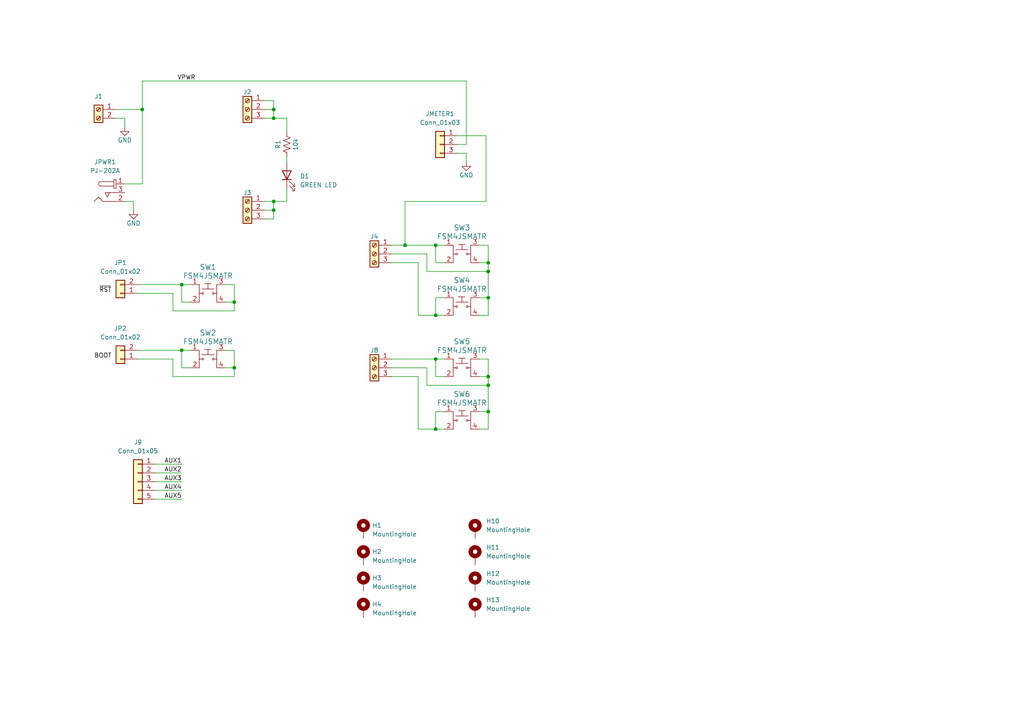
<source format=kicad_sch>
(kicad_sch (version 20211123) (generator eeschema)
  (paper "A4")
  (title_block (title "Sound Player") (company "Iowa Scaled Engineering"))
  (lib_symbols
    (symbol "Connector:Screw_Terminal_01x02" (pin_names (offset 1.016) hide)
      (property "Reference" "J" (at 0 2.54 0))
      (property "Value" "Screw_Terminal_01x02" (at 0 -5.08 0))
      (symbol "Screw_Terminal_01x02_1_1"
        (rectangle (start -1.27 1.27) (end 1.27 -3.81) (stroke (width 0.254)) (fill (type background)))
        (circle (center 0 -2.54) (radius 0.635) (stroke (width 0.1524)))
        (polyline (pts (xy -0.5334 -2.2098) (xy 0.3302 -3.048)) (stroke (width 0.1524)))
        (polyline (pts (xy -0.5334 0.3302) (xy 0.3302 -0.508)) (stroke (width 0.1524)))
        (polyline (pts (xy -0.3556 -2.032) (xy 0.508 -2.8702)) (stroke (width 0.1524)))
        (polyline (pts (xy -0.3556 0.508) (xy 0.508 -0.3302)) (stroke (width 0.1524)))
        (circle (center 0 0) (radius 0.635) (stroke (width 0.1524)))
        (pin passive line (at -5.08 0 0) (length 3.81) (name "Pin_1") (number "1"))
        (pin passive line (at -5.08 -2.54 0) (length 3.81) (name "Pin_2") (number "2"))
      )
    )
    (symbol "Connector:Screw_Terminal_01x03" (pin_names (offset 1.016) hide)
      (property "Reference" "J" (at 0 5.08 0))
      (property "Value" "Screw_Terminal_01x03" (at 0 -5.08 0))
      (symbol "Screw_Terminal_01x03_1_1"
        (rectangle (start -1.27 3.81) (end 1.27 -3.81) (stroke (width 0.254)) (fill (type background)))
        (circle (center 0 -2.54) (radius 0.635) (stroke (width 0.1524)))
        (polyline (pts (xy -0.5334 -2.2098) (xy 0.3302 -3.048)) (stroke (width 0.1524)))
        (polyline (pts (xy -0.5334 0.3302) (xy 0.3302 -0.508)) (stroke (width 0.1524)))
        (polyline (pts (xy -0.5334 2.8702) (xy 0.3302 2.032)) (stroke (width 0.1524)))
        (polyline (pts (xy -0.3556 -2.032) (xy 0.508 -2.8702)) (stroke (width 0.1524)))
        (polyline (pts (xy -0.3556 0.508) (xy 0.508 -0.3302)) (stroke (width 0.1524)))
        (polyline (pts (xy -0.3556 3.048) (xy 0.508 2.2098)) (stroke (width 0.1524)))
        (circle (center 0 0) (radius 0.635) (stroke (width 0.1524)))
        (circle (center 0 2.54) (radius 0.635) (stroke (width 0.1524)))
        (pin passive line (at -5.08 2.54 0) (length 3.81) (name "Pin_1") (number "1"))
        (pin passive line (at -5.08 0 0) (length 3.81) (name "Pin_2") (number "2"))
        (pin passive line (at -5.08 -2.54 0) (length 3.81) (name "Pin_3") (number "3"))
      )
    )
    (symbol "Connector_Generic:Conn_01x02" (pin_names (offset 1.016) hide)
      (property "Reference" "J" (at 0 2.54 0))
      (property "Value" "Conn_01x02" (at 0 -5.08 0))
      (symbol "Conn_01x02_1_1"
        (rectangle (start -1.27 -2.413) (end 0 -2.667) (stroke (width 0.1524)))
        (rectangle (start -1.27 0.127) (end 0 -0.127) (stroke (width 0.1524)))
        (rectangle (start -1.27 1.27) (end 1.27 -3.81) (stroke (width 0.254)) (fill (type background)))
        (pin passive line (at -5.08 0 0) (length 3.81) (name "Pin_1") (number "1"))
        (pin passive line (at -5.08 -2.54 0) (length 3.81) (name "Pin_2") (number "2"))
      )
    )
    (symbol "Connector_Generic:Conn_01x03" (pin_names (offset 1.016) hide)
      (property "Reference" "J" (at 0 5.08 0))
      (property "Value" "Conn_01x03" (at 0 -5.08 0))
      (symbol "Conn_01x03_1_1"
        (rectangle (start -1.27 -2.413) (end 0 -2.667) (stroke (width 0.1524)))
        (rectangle (start -1.27 0.127) (end 0 -0.127) (stroke (width 0.1524)))
        (rectangle (start -1.27 2.667) (end 0 2.413) (stroke (width 0.1524)))
        (rectangle (start -1.27 3.81) (end 1.27 -3.81) (stroke (width 0.254)) (fill (type background)))
        (pin passive line (at -5.08 2.54 0) (length 3.81) (name "Pin_1") (number "1"))
        (pin passive line (at -5.08 0 0) (length 3.81) (name "Pin_2") (number "2"))
        (pin passive line (at -5.08 -2.54 0) (length 3.81) (name "Pin_3") (number "3"))
      )
    )
    (symbol "Connector_Generic:Conn_01x05" (pin_names (offset 1.016) hide)
      (property "Reference" "J" (at 0 7.62 0))
      (property "Value" "Conn_01x05" (at 0 -7.62 0))
      (symbol "Conn_01x05_1_1"
        (rectangle (start -1.27 -4.953) (end 0 -5.207) (stroke (width 0.1524)))
        (rectangle (start -1.27 -2.413) (end 0 -2.667) (stroke (width 0.1524)))
        (rectangle (start -1.27 0.127) (end 0 -0.127) (stroke (width 0.1524)))
        (rectangle (start -1.27 2.667) (end 0 2.413) (stroke (width 0.1524)))
        (rectangle (start -1.27 5.207) (end 0 4.953) (stroke (width 0.1524)))
        (rectangle (start -1.27 6.35) (end 1.27 -6.35) (stroke (width 0.254)) (fill (type background)))
        (pin passive line (at -5.08 5.08 0) (length 3.81) (name "Pin_1") (number "1"))
        (pin passive line (at -5.08 2.54 0) (length 3.81) (name "Pin_2") (number "2"))
        (pin passive line (at -5.08 0 0) (length 3.81) (name "Pin_3") (number "3"))
        (pin passive line (at -5.08 -2.54 0) (length 3.81) (name "Pin_4") (number "4"))
        (pin passive line (at -5.08 -5.08 0) (length 3.81) (name "Pin_5") (number "5"))
      )
    )
    (symbol "Device:LED" (pin_numbers hide) (pin_names (offset 1.016) hide)
      (property "Reference" "D" (at 0 2.54 0))
      (property "Value" "LED" (at 0 -2.54 0))
      (symbol "LED_0_1"
        (polyline (pts (xy -1.27 -1.27) (xy -1.27 1.27)) (stroke (width 0.254)))
        (polyline (pts (xy -1.27 0) (xy 1.27 0)))
        (polyline (pts (xy 1.27 -1.27) (xy 1.27 1.27) (xy -1.27 0) (xy 1.27 -1.27)) (stroke (width 0.254)))
        (polyline (pts (xy -3.048 -0.762) (xy -4.572 -2.286) (xy -3.81 -2.286) (xy -4.572 -2.286) (xy -4.572 -1.524)))
        (polyline (pts (xy -1.778 -0.762) (xy -3.302 -2.286) (xy -2.54 -2.286) (xy -3.302 -2.286) (xy -3.302 -1.524)))
      )
      (symbol "LED_1_1"
        (pin passive line (at -3.81 0 0) (length 2.54) (name "K") (number "1"))
        (pin passive line (at 3.81 0 180) (length 2.54) (name "A") (number "2"))
      )
    )
    (symbol "Device:R_US" (pin_numbers hide) (pin_names (offset 0))
      (property "Reference" "R" (at 2.54 0 90))
      (property "Value" "R_US" (at -2.54 0 90))
      (symbol "R_US_0_1"
        (polyline (pts (xy 0 -2.286) (xy 0 -2.54)))
        (polyline (pts (xy 0 2.286) (xy 0 2.54)))
        (polyline (pts (xy 0 -0.762) (xy 1.016 -1.143) (xy 0 -1.524) (xy -1.016 -1.905) (xy 0 -2.286)))
        (polyline (pts (xy 0 0.762) (xy 1.016 0.381) (xy 0 0) (xy -1.016 -0.381) (xy 0 -0.762)))
        (polyline (pts (xy 0 2.286) (xy 1.016 1.905) (xy 0 1.524) (xy -1.016 1.143) (xy 0 0.762)))
      )
      (symbol "R_US_1_1"
        (pin passive line (at 0 3.81 270) (length 1.27) (name "~") (number "1"))
        (pin passive line (at 0 -3.81 90) (length 1.27) (name "~") (number "2"))
      )
    )
    (symbol "Mechanical:MountingHole_Pad" (pin_numbers hide) (pin_names (offset 1.016) hide)
      (property "Reference" "H" (at 0 6.35 0))
      (property "Value" "MountingHole_Pad" (at 0 4.445 0))
      (symbol "MountingHole_Pad_0_1"
        (circle (center 0 1.27) (radius 1.27) (stroke (width 1.27)))
      )
      (symbol "MountingHole_Pad_1_1"
        (pin input line (at 0 -2.54 90) (length 2.54) (name "1") (number "1"))
      )
    )
    (symbol "dk_Barrel-Power-Connectors:PJ-202A" (pin_names (offset 1.016))
      (property "Reference" "J" (at 0 2.54 0))
      (property "Value" "PJ-202A" (at 0 -6.35 0))
      (symbol "PJ-202A_1_1"
        (arc (start -4.445 0.635) (mid -5.08 0) (end -4.445 -0.635))
        (rectangle (start -0.635 1.27) (end 0 -1.27))
        (polyline (pts (xy -0.635 -0.635) (xy -4.445 -0.635)))
        (polyline (pts (xy -0.635 0.635) (xy -4.445 0.635)))
        (polyline (pts (xy 0 -2.54) (xy -1.27 -2.54) (xy -2.54 -2.54)))
        (polyline (pts (xy 0 -5.08) (xy -3.81 -5.08) (xy -5.08 -3.81) (xy -6.35 -5.08)))
        (polyline (pts (xy -2.54 -2.54) (xy -3.175 -2.54) (xy -2.54 -3.81) (xy -1.905 -2.54) (xy -2.54 -2.54)))
        (pin passive line (at 2.54 0 180) (length 2.54) (name "~") (number "1"))
        (pin passive line (at 2.54 -5.08 180) (length 2.54) (name "~") (number "2"))
        (pin passive line (at 2.54 -2.54 180) (length 2.54) (name "~") (number "3"))
      )
    )
    (symbol "dk_Tactile-Switches:FSM4JSMATR" (pin_names (offset 1.016))
      (property "Reference" "S" (at 0 5.08 0))
      (property "Value" "FSM4JSMATR" (at 0 -5.08 0))
      (symbol "FSM4JSMATR_0_1"
        (circle (center -1.524 0) (radius 0.254))
        (polyline (pts (xy -2.54 2.54) (xy -2.54 -2.54)))
        (polyline (pts (xy -1.778 0) (xy -2.54 0)))
        (polyline (pts (xy -1.778 1.27) (xy 1.778 1.27)))
        (polyline (pts (xy 2.54 -2.54) (xy 2.54 2.54)))
        (polyline (pts (xy 2.54 0) (xy 1.778 0)))
        (circle (center 1.524 0) (radius 0.254))
      )
      (symbol "FSM4JSMATR_1_1"
        (polyline (pts (xy -1.016 2.794) (xy 0.889 2.794)))
        (polyline (pts (xy 0 2.794) (xy 0 1.27)))
        (pin passive line (at -5.08 2.54 0) (length 2.54) (name "~") (number "1"))
        (pin passive line (at -5.08 -2.54 0) (length 2.54) (name "~") (number "2"))
        (pin passive line (at 5.08 2.54 180) (length 2.54) (name "~") (number "3"))
        (pin passive line (at 5.08 -2.54 180) (length 2.54) (name "~") (number "4"))
      )
    )
    (symbol "power:GND" (power) (pin_names (offset 0))
      (property "Value" "GND" (at 0 -3.81 0))
      (symbol "GND_0_1"
        (polyline (pts (xy 0 0) (xy 0 -1.27) (xy 1.27 -1.27) (xy 0 -2.54) (xy -1.27 -1.27) (xy 0 -1.27)))
      )
      (symbol "GND_1_1"
        (pin power_in line (at 0 0 270) (length 0) hide (name "GND") (number "1"))
      )
    )
  )
  (junction (at 126.365 91.44))
  (junction (at 41.275 31.75))
  (junction (at 67.945 87.63))
  (junction (at 79.375 60.96))
  (junction (at 141.605 86.36))
  (junction (at 52.705 82.55))
  (junction (at 141.605 76.2))
  (junction (at 141.605 111.76))
  (junction (at 126.365 71.12))
  (junction (at 141.605 119.38))
  (junction (at 141.605 109.22))
  (junction (at 141.605 78.74))
  (junction (at 79.375 31.75))
  (junction (at 52.705 101.6))
  (junction (at 67.945 106.68))
  (junction (at 117.475 71.12))
  (junction (at 79.375 58.42))
  (junction (at 126.365 104.14))
  (junction (at 126.365 124.46))
  (junction (at 79.375 34.29))
  (wire (pts (xy 126.365 91.44) (xy 121.285 91.44)))
  (wire (pts (xy 55.245 106.68) (xy 52.705 106.68)))
  (wire (pts (xy 141.605 111.76) (xy 141.605 119.38)))
  (wire (pts (xy 113.665 73.66) (xy 123.825 73.66)))
  (wire (pts (xy 126.365 119.38) (xy 126.365 124.46)))
  (wire (pts (xy 41.275 23.495) (xy 135.255 23.495)))
  (wire (pts (xy 128.905 109.22) (xy 126.365 109.22)))
  (wire (pts (xy 83.185 54.61) (xy 83.185 58.42)))
  (wire (pts (xy 126.365 104.14) (xy 128.905 104.14)))
  (wire (pts (xy 52.705 134.62) (xy 45.085 134.62)))
  (wire (pts (xy 113.665 106.68) (xy 123.825 106.68)))
  (wire (pts (xy 50.165 90.17) (xy 67.945 90.17)))
  (wire (pts (xy 50.165 109.22) (xy 67.945 109.22)))
  (wire (pts (xy 126.365 104.14) (xy 126.365 109.22)))
  (wire (pts (xy 67.945 101.6) (xy 67.945 106.68)))
  (wire (pts (xy 67.945 106.68) (xy 67.945 109.22)))
  (wire (pts (xy 65.405 82.55) (xy 67.945 82.55)))
  (wire (pts (xy 132.715 39.37) (xy 140.97 39.37)))
  (wire (pts (xy 52.705 82.55) (xy 52.705 87.63)))
  (wire (pts (xy 135.255 44.45) (xy 132.715 44.45)))
  (wire (pts (xy 121.285 76.2) (xy 113.665 76.2)))
  (wire (pts (xy 76.835 63.5) (xy 79.375 63.5)))
  (wire (pts (xy 38.735 58.42) (xy 36.195 58.42)))
  (wire (pts (xy 40.005 104.14) (xy 50.165 104.14)))
  (wire (pts (xy 52.705 142.24) (xy 45.085 142.24)))
  (wire (pts (xy 135.255 23.495) (xy 135.255 41.91)))
  (wire (pts (xy 52.705 144.78) (xy 45.085 144.78)))
  (wire (pts (xy 79.375 34.29) (xy 76.835 34.29)))
  (wire (pts (xy 126.365 71.12) (xy 128.905 71.12)))
  (wire (pts (xy 135.255 46.99) (xy 135.255 44.45)))
  (wire (pts (xy 38.735 60.96) (xy 38.735 58.42)))
  (wire (pts (xy 139.065 104.14) (xy 141.605 104.14)))
  (wire (pts (xy 123.825 73.66) (xy 123.825 78.74)))
  (wire (pts (xy 50.165 85.09) (xy 50.165 90.17)))
  (wire (pts (xy 113.665 71.12) (xy 117.475 71.12)))
  (wire (pts (xy 79.375 31.75) (xy 79.375 34.29)))
  (wire (pts (xy 52.705 101.6) (xy 52.705 106.68)))
  (wire (pts (xy 76.835 29.21) (xy 79.375 29.21)))
  (wire (pts (xy 141.605 109.22) (xy 141.605 111.76)))
  (wire (pts (xy 123.825 78.74) (xy 141.605 78.74)))
  (wire (pts (xy 117.475 71.12) (xy 126.365 71.12)))
  (wire (pts (xy 139.065 71.12) (xy 141.605 71.12)))
  (wire (pts (xy 141.605 104.14) (xy 141.605 109.22)))
  (wire (pts (xy 126.365 119.38) (xy 128.905 119.38)))
  (wire (pts (xy 83.185 45.72) (xy 83.185 46.99)))
  (wire (pts (xy 121.285 124.46) (xy 121.285 109.22)))
  (wire (pts (xy 33.655 34.29) (xy 36.195 34.29)))
  (wire (pts (xy 40.005 85.09) (xy 50.165 85.09)))
  (wire (pts (xy 79.375 63.5) (xy 79.375 60.96)))
  (wire (pts (xy 139.065 109.22) (xy 141.605 109.22)))
  (wire (pts (xy 79.375 60.96) (xy 79.375 58.42)))
  (wire (pts (xy 121.285 109.22) (xy 113.665 109.22)))
  (wire (pts (xy 83.185 34.29) (xy 79.375 34.29)))
  (wire (pts (xy 126.365 86.36) (xy 128.905 86.36)))
  (wire (pts (xy 41.275 53.34) (xy 41.275 31.75)))
  (wire (pts (xy 65.405 101.6) (xy 67.945 101.6)))
  (wire (pts (xy 76.835 58.42) (xy 79.375 58.42)))
  (wire (pts (xy 33.655 31.75) (xy 41.275 31.75)))
  (wire (pts (xy 67.945 87.63) (xy 67.945 90.17)))
  (wire (pts (xy 79.375 29.21) (xy 79.375 31.75)))
  (wire (pts (xy 117.475 58.42) (xy 117.475 71.12)))
  (wire (pts (xy 141.605 78.74) (xy 141.605 86.36)))
  (wire (pts (xy 36.195 34.29) (xy 36.195 36.83)))
  (wire (pts (xy 141.605 119.38) (xy 141.605 124.46)))
  (wire (pts (xy 139.065 76.2) (xy 141.605 76.2)))
  (wire (pts (xy 52.705 101.6) (xy 55.245 101.6)))
  (wire (pts (xy 52.705 137.16) (xy 45.085 137.16)))
  (wire (pts (xy 121.285 91.44) (xy 121.285 76.2)))
  (wire (pts (xy 65.405 106.68) (xy 67.945 106.68)))
  (wire (pts (xy 40.005 82.55) (xy 52.705 82.55)))
  (wire (pts (xy 126.365 86.36) (xy 126.365 91.44)))
  (wire (pts (xy 52.705 139.7) (xy 45.085 139.7)))
  (wire (pts (xy 140.97 58.42) (xy 117.475 58.42)))
  (wire (pts (xy 67.945 82.55) (xy 67.945 87.63)))
  (wire (pts (xy 113.665 104.14) (xy 126.365 104.14)))
  (wire (pts (xy 83.185 58.42) (xy 79.375 58.42)))
  (wire (pts (xy 83.185 34.29) (xy 83.185 38.1)))
  (wire (pts (xy 126.365 71.12) (xy 126.365 76.2)))
  (wire (pts (xy 50.165 104.14) (xy 50.165 109.22)))
  (wire (pts (xy 41.275 31.75) (xy 41.275 23.495)))
  (wire (pts (xy 139.065 124.46) (xy 141.605 124.46)))
  (wire (pts (xy 139.065 119.38) (xy 141.605 119.38)))
  (wire (pts (xy 139.065 86.36) (xy 141.605 86.36)))
  (wire (pts (xy 141.605 86.36) (xy 141.605 91.44)))
  (wire (pts (xy 128.905 76.2) (xy 126.365 76.2)))
  (wire (pts (xy 140.97 39.37) (xy 140.97 58.42)))
  (wire (pts (xy 141.605 71.12) (xy 141.605 76.2)))
  (wire (pts (xy 76.835 60.96) (xy 79.375 60.96)))
  (wire (pts (xy 139.065 91.44) (xy 141.605 91.44)))
  (wire (pts (xy 52.705 82.55) (xy 55.245 82.55)))
  (wire (pts (xy 123.825 111.76) (xy 141.605 111.76)))
  (wire (pts (xy 40.005 101.6) (xy 52.705 101.6)))
  (wire (pts (xy 76.835 31.75) (xy 79.375 31.75)))
  (wire (pts (xy 123.825 106.68) (xy 123.825 111.76)))
  (wire (pts (xy 55.245 87.63) (xy 52.705 87.63)))
  (wire (pts (xy 128.905 124.46) (xy 126.365 124.46)))
  (wire (pts (xy 36.195 53.34) (xy 41.275 53.34)))
  (wire (pts (xy 128.905 91.44) (xy 126.365 91.44)))
  (wire (pts (xy 132.715 41.91) (xy 135.255 41.91)))
  (wire (pts (xy 141.605 76.2) (xy 141.605 78.74)))
  (wire (pts (xy 126.365 124.46) (xy 121.285 124.46)))
  (wire (pts (xy 65.405 87.63) (xy 67.945 87.63)))
  (label "AUX4" (at 52.705 142.24 180))
  (label "AUX5" (at 52.705 144.78 180))
  (label "AUX1" (at 52.705 134.62 180))
  (label "AUX3" (at 52.705 139.7 180))
  (label "AUX2" (at 52.705 137.16 180))
  (label "~{RST}" (at 32.385 85.09 180))
  (label "BOOT" (at 32.385 104.14 180))
  (label "VPWR" (at 51.435 23.495 0))
  (symbol (lib_id "dk_Tactile-Switches:FSM4JSMATR") (at 60.325 104.14 0) (unit 1)
    (property "Reference" "SW2" (at 60.325 96.52 0) (effects (font (size 1.524 1.524))))
    (property "Value" "FSM4JSMATR" (at 60.325 99.06 0) (effects (font (size 1.524 1.524))))
    (property "Footprint" "digikey-footprints:Switch_Tactile_SMD_6x6mm" (effects hide))
    (property "Datasheet" "https://www.te.com/commerce/DocumentDelivery/DDEController?Action=srchrtrv&DocNm=2-1437565-7&DocType=Customer+Drawing&DocLang=English" (effects hide))
    (property "Digi-Key_PN" "450-1759-1-ND" (effects hide))
    (property "MPN" "FSM4JSMATR" (effects hide))
    (property "Category" "Switches" (effects hide))
    (property "Family" "Tactile Switches" (effects hide))
    (property "DK_Datasheet_Link" "https://www.te.com/commerce/DocumentDelivery/DDEController?Action=srchrtrv&DocNm=2-1437565-7&DocType=Customer+Drawing&DocLang=English" (effects hide))
    (property "DK_Detail_Page" "/product-detail/en/te-connectivity-alcoswitch-switches/FSM4JSMATR/450-1759-1-ND/2271638" (effects hide))
    (property "Description" "SWITCH TACTILE SPST-NO 0.05A 24V" (effects hide))
    (property "Manufacturer" "TE Connectivity ALCOSWITCH Switches" (effects hide))
    (property "Status" "Active" (effects hide))
  )
  (symbol (lib_id "Connector_Generic:Conn_01x03") (at 127.635 41.91 0) (mirror y) (unit 1)
    (property "Reference" "JMETER1" (at 127.635 33.02 0))
    (property "Value" "Conn_01x03" (at 127.635 35.56 0))
    (property "Footprint" "Connector_PinHeader_2.54mm:PinHeader_1x03_P2.54mm_Vertical" (effects hide))
  )
  (symbol (lib_id "Mechanical:MountingHole_Pad") (at 137.795 161.29 0) (unit 1)
    (property "Reference" "H11" (at 140.97 158.7499 0) (effects (justify left)))
    (property "Value" "MountingHole" (at 140.97 161.2899 0) (effects (justify left)))
    (property "Footprint" "MountingHole:MountingHole_3.2mm_M3_Pad" (effects hide))
  )
  (symbol (lib_id "power:GND") (at 38.735 60.96 0) (unit 1)
    (property "Reference" "#PWR0101" (effects hide))
    (property "Value" "GND" (at 38.735 64.77 0))
  )
  (symbol (lib_id "Connector_Generic:Conn_01x02") (at 34.925 104.14 180) (unit 1)
    (property "Reference" "JP2" (at 34.925 95.25 0))
    (property "Value" "Conn_01x02" (at 34.925 97.79 0))
    (property "Footprint" "Connector_PinHeader_2.54mm:PinHeader_1x02_P2.54mm_Vertical" (effects hide))
  )
  (symbol (lib_id "Mechanical:MountingHole_Pad") (at 137.795 176.53 0) (unit 1)
    (property "Reference" "H13" (at 140.97 173.9899 0) (effects (justify left)))
    (property "Value" "MountingHole" (at 140.97 176.5299 0) (effects (justify left)))
    (property "Footprint" "MountingHole:MountingHole_3.2mm_M3_Pad" (effects hide))
  )
  (symbol (lib_id "Connector:Screw_Terminal_01x03") (at 108.585 73.66 0) (mirror y) (unit 1)
    (property "Reference" "J4" (at 108.585 68.58 0))
    (property "Value" "Screw_Terminal_01x02" (effects hide))
    (property "Footprint" "TerminalBlock_MetzConnect:TerminalBlock_MetzConnect_Type059_RT06303HBWC_1x03_P3.50mm_Horizontal" (effects hide))
  )
  (symbol (lib_id "dk_Tactile-Switches:FSM4JSMATR") (at 60.325 85.09 0) (unit 1)
    (property "Reference" "SW1" (at 60.325 77.47 0) (effects (font (size 1.524 1.524))))
    (property "Value" "FSM4JSMATR" (at 60.325 80.01 0) (effects (font (size 1.524 1.524))))
    (property "Footprint" "digikey-footprints:Switch_Tactile_SMD_6x6mm" (effects hide))
    (property "Datasheet" "https://www.te.com/commerce/DocumentDelivery/DDEController?Action=srchrtrv&DocNm=2-1437565-7&DocType=Customer+Drawing&DocLang=English" (effects hide))
    (property "Digi-Key_PN" "450-1759-1-ND" (effects hide))
    (property "MPN" "FSM4JSMATR" (effects hide))
    (property "Category" "Switches" (effects hide))
    (property "Family" "Tactile Switches" (effects hide))
    (property "DK_Datasheet_Link" "https://www.te.com/commerce/DocumentDelivery/DDEController?Action=srchrtrv&DocNm=2-1437565-7&DocType=Customer+Drawing&DocLang=English" (effects hide))
    (property "DK_Detail_Page" "/product-detail/en/te-connectivity-alcoswitch-switches/FSM4JSMATR/450-1759-1-ND/2271638" (effects hide))
    (property "Description" "SWITCH TACTILE SPST-NO 0.05A 24V" (effects hide))
    (property "Manufacturer" "TE Connectivity ALCOSWITCH Switches" (effects hide))
    (property "Status" "Active" (effects hide))
  )
  (symbol (lib_id "dk_Barrel-Power-Connectors:PJ-202A") (at 33.655 53.34 0) (unit 1)
    (property "Reference" "JPWR1" (at 30.48 46.99 0))
    (property "Value" "PJ-202A" (at 30.48 49.53 0))
    (property "Footprint" "digikey-footprints:Barrel_Jack_5.5mmODx2.1mmID_PJ-202A" (effects hide))
    (property "Datasheet" "https://www.cui.com/product/resource/digikeypdf/pj-202a.pdf" (effects hide))
    (property "Digi-Key_PN" "CP-202A-ND" (effects hide))
    (property "MPN" "PJ-202A" (effects hide))
    (property "Category" "Connectors, Interconnects" (effects hide))
    (property "Family" "Barrel - Power Connectors" (effects hide))
    (property "DK_Datasheet_Link" "https://www.cui.com/product/resource/digikeypdf/pj-202a.pdf" (effects hide))
    (property "DK_Detail_Page" "/product-detail/en/cui-inc/PJ-202A/CP-202A-ND/252007" (effects hide))
    (property "Description" "CONN PWR JACK 2X5.5MM KINKED PIN" (effects hide))
    (property "Manufacturer" "CUI Inc." (effects hide))
    (property "Status" "Active" (effects hide))
  )
  (symbol (lib_id "Device:LED") (at 83.185 50.8 90) (unit 1)
    (property "Reference" "D1" (at 86.995 51.1174 90) (effects (justify right)))
    (property "Value" "GREEN LED" (at 86.995 53.6574 90) (effects (justify right)))
    (property "Footprint" "LED_SMD:LED_0805_2012Metric" (effects hide))
  )
  (symbol (lib_id "Connector:Screw_Terminal_01x03") (at 108.585 106.68 0) (mirror y) (unit 1)
    (property "Reference" "J8" (at 108.585 101.6 0))
    (property "Value" "Screw_Terminal_01x02" (effects hide))
    (property "Footprint" "TerminalBlock_MetzConnect:TerminalBlock_MetzConnect_Type059_RT06303HBWC_1x03_P3.50mm_Horizontal" (effects hide))
  )
  (symbol (lib_id "power:GND") (at 36.195 36.83 0) (unit 1)
    (property "Reference" "#PWR0102" (effects hide))
    (property "Value" "GND" (at 36.195 40.64 0))
  )
  (symbol (lib_id "Device:R_US") (at 83.185 41.91 180) (unit 1)
    (property "Reference" "R1" (at 80.645 41.91 90))
    (property "Value" "10k" (at 85.725 41.91 90))
    (property "Footprint" "Resistor_SMD:R_0805_2012Metric" (effects hide))
  )
  (symbol (lib_id "dk_Tactile-Switches:FSM4JSMATR") (at 133.985 106.68 0) (unit 1)
    (property "Reference" "SW5" (at 133.985 99.06 0) (effects (font (size 1.524 1.524))))
    (property "Value" "FSM4JSMATR" (at 133.985 101.6 0) (effects (font (size 1.524 1.524))))
    (property "Footprint" "digikey-footprints:Switch_Tactile_SMD_6x6mm" (effects hide))
    (property "Datasheet" "https://www.te.com/commerce/DocumentDelivery/DDEController?Action=srchrtrv&DocNm=2-1437565-7&DocType=Customer+Drawing&DocLang=English" (effects hide))
    (property "Digi-Key_PN" "450-1759-1-ND" (effects hide))
    (property "MPN" "FSM4JSMATR" (effects hide))
    (property "Category" "Switches" (effects hide))
    (property "Family" "Tactile Switches" (effects hide))
    (property "DK_Datasheet_Link" "https://www.te.com/commerce/DocumentDelivery/DDEController?Action=srchrtrv&DocNm=2-1437565-7&DocType=Customer+Drawing&DocLang=English" (effects hide))
    (property "DK_Detail_Page" "/product-detail/en/te-connectivity-alcoswitch-switches/FSM4JSMATR/450-1759-1-ND/2271638" (effects hide))
    (property "Description" "SWITCH TACTILE SPST-NO 0.05A 24V" (effects hide))
    (property "Manufacturer" "TE Connectivity ALCOSWITCH Switches" (effects hide))
    (property "Status" "Active" (effects hide))
  )
  (symbol (lib_id "Mechanical:MountingHole_Pad") (at 105.41 161.29 0) (unit 1)
    (property "Reference" "H2" (at 107.95 160.0199 0) (effects (justify left)))
    (property "Value" "MountingHole" (at 107.95 162.5599 0) (effects (justify left)))
    (property "Footprint" "MountingHole:MountingHole_3.2mm_M3_Pad" (effects hide))
  )
  (symbol (lib_id "dk_Tactile-Switches:FSM4JSMATR") (at 133.985 121.92 0) (unit 1)
    (property "Reference" "SW6" (at 133.985 114.3 0) (effects (font (size 1.524 1.524))))
    (property "Value" "FSM4JSMATR" (at 133.985 116.84 0) (effects (font (size 1.524 1.524))))
    (property "Footprint" "digikey-footprints:Switch_Tactile_SMD_6x6mm" (effects hide))
    (property "Datasheet" "https://www.te.com/commerce/DocumentDelivery/DDEController?Action=srchrtrv&DocNm=2-1437565-7&DocType=Customer+Drawing&DocLang=English" (effects hide))
    (property "Digi-Key_PN" "450-1759-1-ND" (effects hide))
    (property "MPN" "FSM4JSMATR" (effects hide))
    (property "Category" "Switches" (effects hide))
    (property "Family" "Tactile Switches" (effects hide))
    (property "DK_Datasheet_Link" "https://www.te.com/commerce/DocumentDelivery/DDEController?Action=srchrtrv&DocNm=2-1437565-7&DocType=Customer+Drawing&DocLang=English" (effects hide))
    (property "DK_Detail_Page" "/product-detail/en/te-connectivity-alcoswitch-switches/FSM4JSMATR/450-1759-1-ND/2271638" (effects hide))
    (property "Description" "SWITCH TACTILE SPST-NO 0.05A 24V" (effects hide))
    (property "Manufacturer" "TE Connectivity ALCOSWITCH Switches" (effects hide))
    (property "Status" "Active" (effects hide))
  )
  (symbol (lib_id "Connector_Generic:Conn_01x02") (at 34.925 85.09 180) (unit 1)
    (property "Reference" "JP1" (at 34.925 76.2 0))
    (property "Value" "Conn_01x02" (at 34.925 78.74 0))
    (property "Footprint" "Connector_PinHeader_2.54mm:PinHeader_1x02_P2.54mm_Vertical" (effects hide))
  )
  (symbol (lib_id "power:GND") (at 135.255 46.99 0) (unit 1)
    (property "Reference" "#PWR0103" (effects hide))
    (property "Value" "GND" (at 135.255 50.8 0))
  )
  (symbol (lib_id "dk_Tactile-Switches:FSM4JSMATR") (at 133.985 88.9 0) (unit 1)
    (property "Reference" "SW4" (at 133.985 81.28 0) (effects (font (size 1.524 1.524))))
    (property "Value" "FSM4JSMATR" (at 133.985 83.82 0) (effects (font (size 1.524 1.524))))
    (property "Footprint" "digikey-footprints:Switch_Tactile_SMD_6x6mm" (effects hide))
    (property "Datasheet" "https://www.te.com/commerce/DocumentDelivery/DDEController?Action=srchrtrv&DocNm=2-1437565-7&DocType=Customer+Drawing&DocLang=English" (effects hide))
    (property "Digi-Key_PN" "450-1759-1-ND" (effects hide))
    (property "MPN" "FSM4JSMATR" (effects hide))
    (property "Category" "Switches" (effects hide))
    (property "Family" "Tactile Switches" (effects hide))
    (property "DK_Datasheet_Link" "https://www.te.com/commerce/DocumentDelivery/DDEController?Action=srchrtrv&DocNm=2-1437565-7&DocType=Customer+Drawing&DocLang=English" (effects hide))
    (property "DK_Detail_Page" "/product-detail/en/te-connectivity-alcoswitch-switches/FSM4JSMATR/450-1759-1-ND/2271638" (effects hide))
    (property "Description" "SWITCH TACTILE SPST-NO 0.05A 24V" (effects hide))
    (property "Manufacturer" "TE Connectivity ALCOSWITCH Switches" (effects hide))
    (property "Status" "Active" (effects hide))
  )
  (symbol (lib_id "Mechanical:MountingHole_Pad") (at 105.41 168.91 0) (unit 1)
    (property "Reference" "H3" (at 107.95 167.6399 0) (effects (justify left)))
    (property "Value" "MountingHole" (at 107.95 170.1799 0) (effects (justify left)))
    (property "Footprint" "MountingHole:MountingHole_3.2mm_M3_Pad" (effects hide))
  )
  (symbol (lib_id "Connector:Screw_Terminal_01x03") (at 71.755 60.96 0) (mirror y) (unit 1)
    (property "Reference" "J3" (at 71.755 55.88 0))
    (property "Value" "Screw_Terminal_01x02" (effects hide))
    (property "Footprint" "TerminalBlock_MetzConnect:TerminalBlock_MetzConnect_Type059_RT06303HBWC_1x03_P3.50mm_Horizontal" (effects hide))
  )
  (symbol (lib_id "Connector:Screw_Terminal_01x02") (at 28.575 31.75 0) (mirror y) (unit 1)
    (property "Reference" "J1" (at 28.575 27.94 0))
    (property "Value" "Screw_Terminal_01x02" (effects hide))
    (property "Footprint" "TerminalBlock_RND:TerminalBlock_RND_205-00012_1x02_P5.00mm_Horizontal" (effects hide))
  )
  (symbol (lib_id "Mechanical:MountingHole_Pad") (at 105.41 176.53 0) (unit 1)
    (property "Reference" "H4" (at 107.95 175.2599 0) (effects (justify left)))
    (property "Value" "MountingHole" (at 107.95 177.7999 0) (effects (justify left)))
    (property "Footprint" "MountingHole:MountingHole_3.2mm_M3_Pad" (effects hide))
  )
  (symbol (lib_id "Connector:Screw_Terminal_01x03") (at 71.755 31.75 0) (mirror y) (unit 1)
    (property "Reference" "J2" (at 71.755 26.67 0))
    (property "Value" "Screw_Terminal_01x02" (effects hide))
    (property "Footprint" "TerminalBlock_MetzConnect:TerminalBlock_MetzConnect_Type059_RT06303HBWC_1x03_P3.50mm_Horizontal" (effects hide))
  )
  (symbol (lib_id "Mechanical:MountingHole_Pad") (at 137.795 153.67 0) (unit 1)
    (property "Reference" "H10" (at 140.97 151.1299 0) (effects (justify left)))
    (property "Value" "MountingHole" (at 140.97 153.6699 0) (effects (justify left)))
    (property "Footprint" "MountingHole:MountingHole_3.2mm_M3_Pad" (effects hide))
  )
  (symbol (lib_id "dk_Tactile-Switches:FSM4JSMATR") (at 133.985 73.66 0) (unit 1)
    (property "Reference" "SW3" (at 133.985 66.04 0) (effects (font (size 1.524 1.524))))
    (property "Value" "FSM4JSMATR" (at 133.985 68.58 0) (effects (font (size 1.524 1.524))))
    (property "Footprint" "digikey-footprints:Switch_Tactile_SMD_6x6mm" (effects hide))
    (property "Datasheet" "https://www.te.com/commerce/DocumentDelivery/DDEController?Action=srchrtrv&DocNm=2-1437565-7&DocType=Customer+Drawing&DocLang=English" (effects hide))
    (property "Digi-Key_PN" "450-1759-1-ND" (effects hide))
    (property "MPN" "FSM4JSMATR" (effects hide))
    (property "Category" "Switches" (effects hide))
    (property "Family" "Tactile Switches" (effects hide))
    (property "DK_Datasheet_Link" "https://www.te.com/commerce/DocumentDelivery/DDEController?Action=srchrtrv&DocNm=2-1437565-7&DocType=Customer+Drawing&DocLang=English" (effects hide))
    (property "DK_Detail_Page" "/product-detail/en/te-connectivity-alcoswitch-switches/FSM4JSMATR/450-1759-1-ND/2271638" (effects hide))
    (property "Description" "SWITCH TACTILE SPST-NO 0.05A 24V" (effects hide))
    (property "Manufacturer" "TE Connectivity ALCOSWITCH Switches" (effects hide))
    (property "Status" "Active" (effects hide))
  )
  (symbol (lib_id "Connector_Generic:Conn_01x05") (at 40.005 139.7 0) (mirror y) (unit 1)
    (property "Reference" "J9" (at 40.005 128.27 0))
    (property "Value" "Conn_01x05" (at 40.005 130.81 0))
    (property "Footprint" "Connector_PinHeader_2.54mm:PinHeader_1x05_P2.54mm_Vertical" (effects hide))
  )
  (symbol (lib_id "Mechanical:MountingHole_Pad") (at 137.795 168.91 0) (unit 1)
    (property "Reference" "H12" (at 140.97 166.3699 0) (effects (justify left)))
    (property "Value" "MountingHole" (at 140.97 168.9099 0) (effects (justify left)))
    (property "Footprint" "MountingHole:MountingHole_3.2mm_M3_Pad" (effects hide))
  )
  (symbol (lib_id "Mechanical:MountingHole_Pad") (at 105.41 153.67 0) (unit 1)
    (property "Reference" "H1" (at 107.95 152.3999 0) (effects (justify left)))
    (property "Value" "MountingHole" (at 107.95 154.9399 0) (effects (justify left)))
    (property "Footprint" "MountingHole:MountingHole_3.2mm_M3_Pad" (effects hide))
  )
)
</source>
